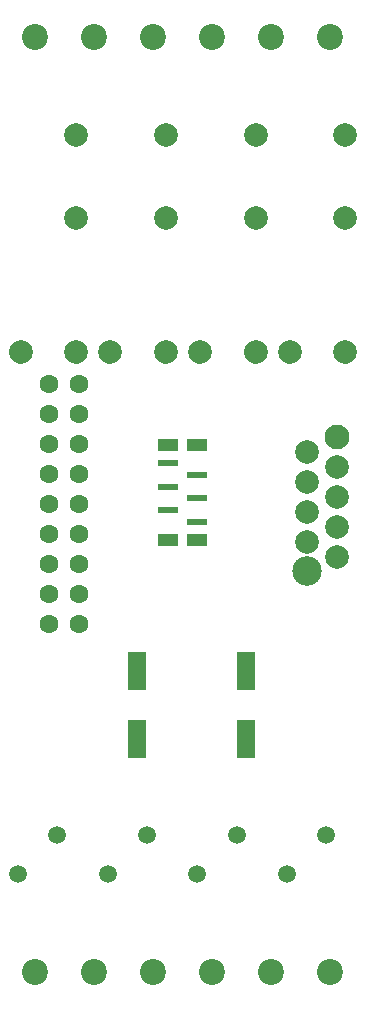
<source format=gts>
G04 #@! TF.GenerationSoftware,KiCad,Pcbnew,(5.1.9)-1*
G04 #@! TF.CreationDate,2023-02-03T00:57:47+01:00*
G04 #@! TF.ProjectId,Base,42617365-2e6b-4696-9361-645f70636258,rev?*
G04 #@! TF.SameCoordinates,Original*
G04 #@! TF.FileFunction,Soldermask,Top*
G04 #@! TF.FilePolarity,Negative*
%FSLAX46Y46*%
G04 Gerber Fmt 4.6, Leading zero omitted, Abs format (unit mm)*
G04 Created by KiCad (PCBNEW (5.1.9)-1) date 2023-02-03 00:57:47*
%MOMM*%
%LPD*%
G01*
G04 APERTURE LIST*
%ADD10R,1.800000X1.000000*%
%ADD11R,1.800000X0.600000*%
%ADD12C,1.600000*%
%ADD13C,0.600000*%
%ADD14C,2.000000*%
%ADD15C,2.200000*%
%ADD16C,2.100000*%
%ADD17C,2.500000*%
%ADD18C,1.500000*%
%ADD19R,1.600000X3.200000*%
G04 APERTURE END LIST*
D10*
X28750000Y-60000000D03*
X31250000Y-52000000D03*
X28750000Y-52000000D03*
X31250000Y-60000000D03*
D11*
X31250000Y-54500000D03*
X28750000Y-53500000D03*
X31250000Y-56500000D03*
X28750000Y-55500000D03*
X28750000Y-57500000D03*
X31250000Y-58500000D03*
D12*
X18730000Y-54460000D03*
X18730000Y-64620000D03*
X18730000Y-62080000D03*
X18730000Y-49380000D03*
X18730000Y-67160000D03*
X18730000Y-46840000D03*
X18730000Y-59540000D03*
X18730000Y-57000000D03*
X18730000Y-51920000D03*
X21270000Y-67160000D03*
X21270000Y-46840000D03*
X21270000Y-49380000D03*
X21270000Y-51920000D03*
X21270000Y-54460000D03*
X21270000Y-57000000D03*
X21270000Y-59540000D03*
X21270000Y-62080000D03*
X21270000Y-64620000D03*
D13*
X21000000Y-26450000D03*
X21000000Y-25050000D03*
X21000000Y-33450000D03*
X21000000Y-32050000D03*
D14*
X21000000Y-25750000D03*
X21000000Y-44150000D03*
X16300000Y-44150000D03*
X21000000Y-32750000D03*
D13*
X21000000Y-43450000D03*
X20300000Y-44150000D03*
X21050000Y-44850000D03*
X21700000Y-44150000D03*
X17000000Y-44150000D03*
X15600000Y-44150000D03*
X16300000Y-43450000D03*
X16300000Y-44850000D03*
D15*
X17500000Y-17400000D03*
X27500000Y-17400000D03*
X22500000Y-17400000D03*
X32500000Y-17400000D03*
X37500000Y-17400000D03*
X42500000Y-17400000D03*
D13*
X43800000Y-26450000D03*
X43800000Y-25050000D03*
X43800000Y-33450000D03*
X43800000Y-32050000D03*
D14*
X43800000Y-25750000D03*
X43800000Y-44150000D03*
X39100000Y-44150000D03*
X43800000Y-32750000D03*
D13*
X43800000Y-43450000D03*
X43100000Y-44150000D03*
X43850000Y-44850000D03*
X44500000Y-44150000D03*
X39800000Y-44150000D03*
X38400000Y-44150000D03*
X39100000Y-43450000D03*
X39100000Y-44850000D03*
X36200000Y-26450000D03*
X36200000Y-25050000D03*
X36200000Y-33450000D03*
X36200000Y-32050000D03*
D14*
X36200000Y-25750000D03*
X36200000Y-44150000D03*
X31500000Y-44150000D03*
X36200000Y-32750000D03*
D13*
X36200000Y-43450000D03*
X35500000Y-44150000D03*
X36250000Y-44850000D03*
X36900000Y-44150000D03*
X32200000Y-44150000D03*
X30800000Y-44150000D03*
X31500000Y-43450000D03*
X31500000Y-44850000D03*
X28600000Y-26450000D03*
X28600000Y-25050000D03*
X28600000Y-33450000D03*
X28600000Y-32050000D03*
D14*
X28600000Y-25750000D03*
X28600000Y-44150000D03*
X23900000Y-44150000D03*
X28600000Y-32750000D03*
D13*
X28600000Y-43450000D03*
X27900000Y-44150000D03*
X28650000Y-44850000D03*
X29300000Y-44150000D03*
X24600000Y-44150000D03*
X23200000Y-44150000D03*
X23900000Y-43450000D03*
X23900000Y-44850000D03*
D15*
X42500000Y-96600000D03*
X32500000Y-96600000D03*
X37500000Y-96600000D03*
X27500000Y-96600000D03*
X22500000Y-96600000D03*
X17500000Y-96600000D03*
D16*
X43070000Y-51320000D03*
D14*
X40530000Y-52555000D03*
X43070000Y-53825000D03*
D17*
X40530000Y-62680000D03*
D14*
X40530000Y-57635000D03*
X43070000Y-58905000D03*
X43070000Y-61445000D03*
X40530000Y-60175000D03*
X43070000Y-56365000D03*
X40530000Y-55095000D03*
D18*
X16076598Y-88323402D03*
X19400000Y-85000000D03*
X23676598Y-88323402D03*
X27000000Y-85000000D03*
X31276598Y-88323402D03*
X34600000Y-85000000D03*
X38876598Y-88323402D03*
X42200000Y-85000000D03*
D19*
X35400000Y-76900000D03*
X35400000Y-71100000D03*
X26200000Y-71100000D03*
X26200000Y-76900000D03*
M02*

</source>
